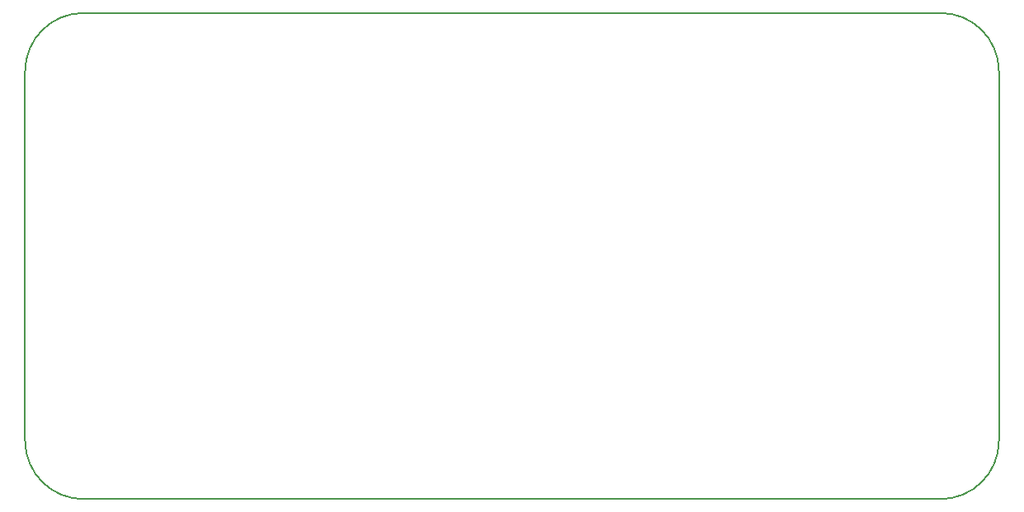
<source format=gm1>
%TF.GenerationSoftware,KiCad,Pcbnew,5.1.10*%
%TF.CreationDate,2022-04-10T17:33:05-07:00*%
%TF.ProjectId,zf_vga_controller,7a665f76-6761-45f6-936f-6e74726f6c6c,rev?*%
%TF.SameCoordinates,Original*%
%TF.FileFunction,Profile,NP*%
%FSLAX46Y46*%
G04 Gerber Fmt 4.6, Leading zero omitted, Abs format (unit mm)*
G04 Created by KiCad (PCBNEW 5.1.10) date 2022-04-10 17:33:05*
%MOMM*%
%LPD*%
G01*
G04 APERTURE LIST*
%TA.AperFunction,Profile*%
%ADD10C,0.150000*%
%TD*%
G04 APERTURE END LIST*
D10*
X234000000Y-30000000D02*
G75*
G02*
X240000000Y-36000000I0J-6000000D01*
G01*
X240000000Y-74000000D02*
G75*
G02*
X234000000Y-80000000I-6000000J0D01*
G01*
X146000000Y-80000000D02*
G75*
G02*
X140000000Y-74000000I0J6000000D01*
G01*
X140000000Y-36000000D02*
G75*
G02*
X146000000Y-30000000I6000000J0D01*
G01*
X140000000Y-74000000D02*
X140000000Y-36000000D01*
X234000000Y-80000000D02*
X146000000Y-80000000D01*
X240000000Y-36000000D02*
X240000000Y-74000000D01*
X146000000Y-30000000D02*
X234000000Y-30000000D01*
M02*

</source>
